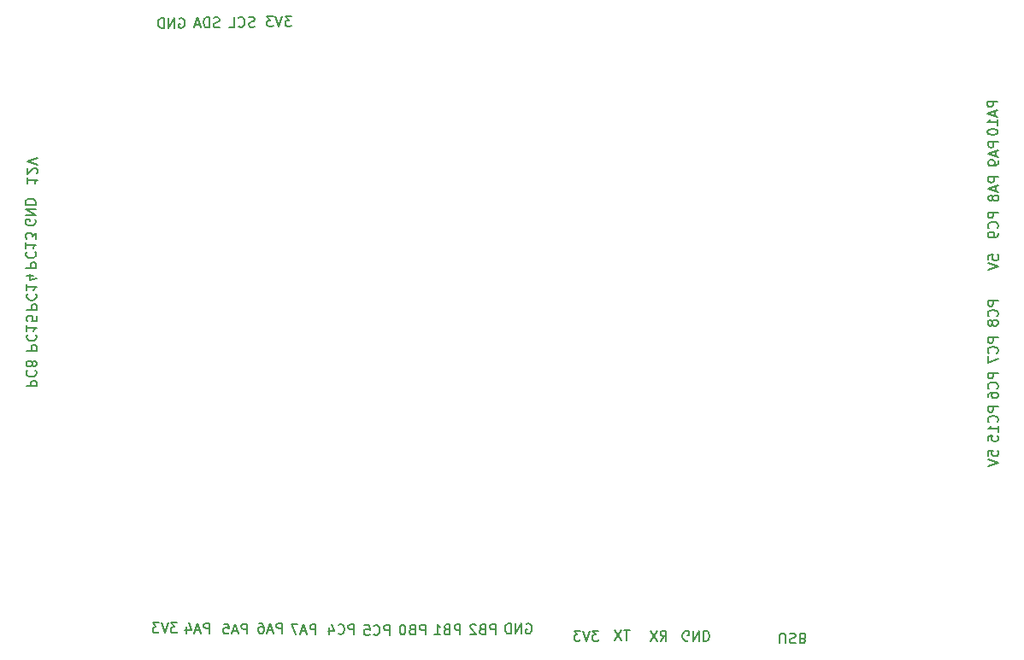
<source format=gbr>
%TF.GenerationSoftware,KiCad,Pcbnew,(5.1.8)-1*%
%TF.CreationDate,2020-12-28T13:01:50-08:00*%
%TF.ProjectId,STMboard,53544d62-6f61-4726-942e-6b696361645f,rev?*%
%TF.SameCoordinates,Original*%
%TF.FileFunction,Legend,Bot*%
%TF.FilePolarity,Positive*%
%FSLAX46Y46*%
G04 Gerber Fmt 4.6, Leading zero omitted, Abs format (unit mm)*
G04 Created by KiCad (PCBNEW (5.1.8)-1) date 2020-12-28 13:01:50*
%MOMM*%
%LPD*%
G01*
G04 APERTURE LIST*
%ADD10C,0.200000*%
%ADD11C,0.150000*%
G04 APERTURE END LIST*
D10*
X166938095Y-134327619D02*
X166938095Y-133518095D01*
X166985714Y-133422857D01*
X167033333Y-133375238D01*
X167128571Y-133327619D01*
X167319047Y-133327619D01*
X167414285Y-133375238D01*
X167461904Y-133422857D01*
X167509523Y-133518095D01*
X167509523Y-134327619D01*
X167938095Y-133375238D02*
X168080952Y-133327619D01*
X168319047Y-133327619D01*
X168414285Y-133375238D01*
X168461904Y-133422857D01*
X168509523Y-133518095D01*
X168509523Y-133613333D01*
X168461904Y-133708571D01*
X168414285Y-133756190D01*
X168319047Y-133803809D01*
X168128571Y-133851428D01*
X168033333Y-133899047D01*
X167985714Y-133946666D01*
X167938095Y-134041904D01*
X167938095Y-134137142D01*
X167985714Y-134232380D01*
X168033333Y-134280000D01*
X168128571Y-134327619D01*
X168366666Y-134327619D01*
X168509523Y-134280000D01*
X169271428Y-133851428D02*
X169414285Y-133803809D01*
X169461904Y-133756190D01*
X169509523Y-133660952D01*
X169509523Y-133518095D01*
X169461904Y-133422857D01*
X169414285Y-133375238D01*
X169319047Y-133327619D01*
X168938095Y-133327619D01*
X168938095Y-134327619D01*
X169271428Y-134327619D01*
X169366666Y-134280000D01*
X169414285Y-134232380D01*
X169461904Y-134137142D01*
X169461904Y-134041904D01*
X169414285Y-133946666D01*
X169366666Y-133899047D01*
X169271428Y-133851428D01*
X168938095Y-133851428D01*
X187592380Y-115729523D02*
X187592380Y-115253333D01*
X188068571Y-115205714D01*
X188020952Y-115253333D01*
X187973333Y-115348571D01*
X187973333Y-115586666D01*
X188020952Y-115681904D01*
X188068571Y-115729523D01*
X188163809Y-115777142D01*
X188401904Y-115777142D01*
X188497142Y-115729523D01*
X188544761Y-115681904D01*
X188592380Y-115586666D01*
X188592380Y-115348571D01*
X188544761Y-115253333D01*
X188497142Y-115205714D01*
X187592380Y-116062857D02*
X188592380Y-116396190D01*
X187592380Y-116729523D01*
X188582380Y-110825714D02*
X187582380Y-110825714D01*
X187582380Y-111206666D01*
X187630000Y-111301904D01*
X187677619Y-111349523D01*
X187772857Y-111397142D01*
X187915714Y-111397142D01*
X188010952Y-111349523D01*
X188058571Y-111301904D01*
X188106190Y-111206666D01*
X188106190Y-110825714D01*
X188487142Y-112397142D02*
X188534761Y-112349523D01*
X188582380Y-112206666D01*
X188582380Y-112111428D01*
X188534761Y-111968571D01*
X188439523Y-111873333D01*
X188344285Y-111825714D01*
X188153809Y-111778095D01*
X188010952Y-111778095D01*
X187820476Y-111825714D01*
X187725238Y-111873333D01*
X187630000Y-111968571D01*
X187582380Y-112111428D01*
X187582380Y-112206666D01*
X187630000Y-112349523D01*
X187677619Y-112397142D01*
X188582380Y-113349523D02*
X188582380Y-112778095D01*
X188582380Y-113063809D02*
X187582380Y-113063809D01*
X187725238Y-112968571D01*
X187820476Y-112873333D01*
X187868095Y-112778095D01*
X187582380Y-114254285D02*
X187582380Y-113778095D01*
X188058571Y-113730476D01*
X188010952Y-113778095D01*
X187963333Y-113873333D01*
X187963333Y-114111428D01*
X188010952Y-114206666D01*
X188058571Y-114254285D01*
X188153809Y-114301904D01*
X188391904Y-114301904D01*
X188487142Y-114254285D01*
X188534761Y-114206666D01*
X188582380Y-114111428D01*
X188582380Y-113873333D01*
X188534761Y-113778095D01*
X188487142Y-113730476D01*
X188572380Y-107511904D02*
X187572380Y-107511904D01*
X187572380Y-107892857D01*
X187620000Y-107988095D01*
X187667619Y-108035714D01*
X187762857Y-108083333D01*
X187905714Y-108083333D01*
X188000952Y-108035714D01*
X188048571Y-107988095D01*
X188096190Y-107892857D01*
X188096190Y-107511904D01*
X188477142Y-109083333D02*
X188524761Y-109035714D01*
X188572380Y-108892857D01*
X188572380Y-108797619D01*
X188524761Y-108654761D01*
X188429523Y-108559523D01*
X188334285Y-108511904D01*
X188143809Y-108464285D01*
X188000952Y-108464285D01*
X187810476Y-108511904D01*
X187715238Y-108559523D01*
X187620000Y-108654761D01*
X187572380Y-108797619D01*
X187572380Y-108892857D01*
X187620000Y-109035714D01*
X187667619Y-109083333D01*
X187572380Y-109940476D02*
X187572380Y-109750000D01*
X187620000Y-109654761D01*
X187667619Y-109607142D01*
X187810476Y-109511904D01*
X188000952Y-109464285D01*
X188381904Y-109464285D01*
X188477142Y-109511904D01*
X188524761Y-109559523D01*
X188572380Y-109654761D01*
X188572380Y-109845238D01*
X188524761Y-109940476D01*
X188477142Y-109988095D01*
X188381904Y-110035714D01*
X188143809Y-110035714D01*
X188048571Y-109988095D01*
X188000952Y-109940476D01*
X187953333Y-109845238D01*
X187953333Y-109654761D01*
X188000952Y-109559523D01*
X188048571Y-109511904D01*
X188143809Y-109464285D01*
X188572380Y-103981904D02*
X187572380Y-103981904D01*
X187572380Y-104362857D01*
X187620000Y-104458095D01*
X187667619Y-104505714D01*
X187762857Y-104553333D01*
X187905714Y-104553333D01*
X188000952Y-104505714D01*
X188048571Y-104458095D01*
X188096190Y-104362857D01*
X188096190Y-103981904D01*
X188477142Y-105553333D02*
X188524761Y-105505714D01*
X188572380Y-105362857D01*
X188572380Y-105267619D01*
X188524761Y-105124761D01*
X188429523Y-105029523D01*
X188334285Y-104981904D01*
X188143809Y-104934285D01*
X188000952Y-104934285D01*
X187810476Y-104981904D01*
X187715238Y-105029523D01*
X187620000Y-105124761D01*
X187572380Y-105267619D01*
X187572380Y-105362857D01*
X187620000Y-105505714D01*
X187667619Y-105553333D01*
X187572380Y-105886666D02*
X187572380Y-106553333D01*
X188572380Y-106124761D01*
X188572380Y-100321904D02*
X187572380Y-100321904D01*
X187572380Y-100702857D01*
X187620000Y-100798095D01*
X187667619Y-100845714D01*
X187762857Y-100893333D01*
X187905714Y-100893333D01*
X188000952Y-100845714D01*
X188048571Y-100798095D01*
X188096190Y-100702857D01*
X188096190Y-100321904D01*
X188477142Y-101893333D02*
X188524761Y-101845714D01*
X188572380Y-101702857D01*
X188572380Y-101607619D01*
X188524761Y-101464761D01*
X188429523Y-101369523D01*
X188334285Y-101321904D01*
X188143809Y-101274285D01*
X188000952Y-101274285D01*
X187810476Y-101321904D01*
X187715238Y-101369523D01*
X187620000Y-101464761D01*
X187572380Y-101607619D01*
X187572380Y-101702857D01*
X187620000Y-101845714D01*
X187667619Y-101893333D01*
X188000952Y-102464761D02*
X187953333Y-102369523D01*
X187905714Y-102321904D01*
X187810476Y-102274285D01*
X187762857Y-102274285D01*
X187667619Y-102321904D01*
X187620000Y-102369523D01*
X187572380Y-102464761D01*
X187572380Y-102655238D01*
X187620000Y-102750476D01*
X187667619Y-102798095D01*
X187762857Y-102845714D01*
X187810476Y-102845714D01*
X187905714Y-102798095D01*
X187953333Y-102750476D01*
X188000952Y-102655238D01*
X188000952Y-102464761D01*
X188048571Y-102369523D01*
X188096190Y-102321904D01*
X188191428Y-102274285D01*
X188381904Y-102274285D01*
X188477142Y-102321904D01*
X188524761Y-102369523D01*
X188572380Y-102464761D01*
X188572380Y-102655238D01*
X188524761Y-102750476D01*
X188477142Y-102798095D01*
X188381904Y-102845714D01*
X188191428Y-102845714D01*
X188096190Y-102798095D01*
X188048571Y-102750476D01*
X188000952Y-102655238D01*
X187622380Y-96309523D02*
X187622380Y-95833333D01*
X188098571Y-95785714D01*
X188050952Y-95833333D01*
X188003333Y-95928571D01*
X188003333Y-96166666D01*
X188050952Y-96261904D01*
X188098571Y-96309523D01*
X188193809Y-96357142D01*
X188431904Y-96357142D01*
X188527142Y-96309523D01*
X188574761Y-96261904D01*
X188622380Y-96166666D01*
X188622380Y-95928571D01*
X188574761Y-95833333D01*
X188527142Y-95785714D01*
X187622380Y-96642857D02*
X188622380Y-96976190D01*
X187622380Y-97309523D01*
X188582380Y-91591904D02*
X187582380Y-91591904D01*
X187582380Y-91972857D01*
X187630000Y-92068095D01*
X187677619Y-92115714D01*
X187772857Y-92163333D01*
X187915714Y-92163333D01*
X188010952Y-92115714D01*
X188058571Y-92068095D01*
X188106190Y-91972857D01*
X188106190Y-91591904D01*
X188487142Y-93163333D02*
X188534761Y-93115714D01*
X188582380Y-92972857D01*
X188582380Y-92877619D01*
X188534761Y-92734761D01*
X188439523Y-92639523D01*
X188344285Y-92591904D01*
X188153809Y-92544285D01*
X188010952Y-92544285D01*
X187820476Y-92591904D01*
X187725238Y-92639523D01*
X187630000Y-92734761D01*
X187582380Y-92877619D01*
X187582380Y-92972857D01*
X187630000Y-93115714D01*
X187677619Y-93163333D01*
X188582380Y-93639523D02*
X188582380Y-93830000D01*
X188534761Y-93925238D01*
X188487142Y-93972857D01*
X188344285Y-94068095D01*
X188153809Y-94115714D01*
X187772857Y-94115714D01*
X187677619Y-94068095D01*
X187630000Y-94020476D01*
X187582380Y-93925238D01*
X187582380Y-93734761D01*
X187630000Y-93639523D01*
X187677619Y-93591904D01*
X187772857Y-93544285D01*
X188010952Y-93544285D01*
X188106190Y-93591904D01*
X188153809Y-93639523D01*
X188201428Y-93734761D01*
X188201428Y-93925238D01*
X188153809Y-94020476D01*
X188106190Y-94068095D01*
X188010952Y-94115714D01*
X188632380Y-88083333D02*
X187632380Y-88083333D01*
X187632380Y-88464285D01*
X187680000Y-88559523D01*
X187727619Y-88607142D01*
X187822857Y-88654761D01*
X187965714Y-88654761D01*
X188060952Y-88607142D01*
X188108571Y-88559523D01*
X188156190Y-88464285D01*
X188156190Y-88083333D01*
X188346666Y-89035714D02*
X188346666Y-89511904D01*
X188632380Y-88940476D02*
X187632380Y-89273809D01*
X188632380Y-89607142D01*
X188060952Y-90083333D02*
X188013333Y-89988095D01*
X187965714Y-89940476D01*
X187870476Y-89892857D01*
X187822857Y-89892857D01*
X187727619Y-89940476D01*
X187680000Y-89988095D01*
X187632380Y-90083333D01*
X187632380Y-90273809D01*
X187680000Y-90369047D01*
X187727619Y-90416666D01*
X187822857Y-90464285D01*
X187870476Y-90464285D01*
X187965714Y-90416666D01*
X188013333Y-90369047D01*
X188060952Y-90273809D01*
X188060952Y-90083333D01*
X188108571Y-89988095D01*
X188156190Y-89940476D01*
X188251428Y-89892857D01*
X188441904Y-89892857D01*
X188537142Y-89940476D01*
X188584761Y-89988095D01*
X188632380Y-90083333D01*
X188632380Y-90273809D01*
X188584761Y-90369047D01*
X188537142Y-90416666D01*
X188441904Y-90464285D01*
X188251428Y-90464285D01*
X188156190Y-90416666D01*
X188108571Y-90369047D01*
X188060952Y-90273809D01*
X188622380Y-84593333D02*
X187622380Y-84593333D01*
X187622380Y-84974285D01*
X187670000Y-85069523D01*
X187717619Y-85117142D01*
X187812857Y-85164761D01*
X187955714Y-85164761D01*
X188050952Y-85117142D01*
X188098571Y-85069523D01*
X188146190Y-84974285D01*
X188146190Y-84593333D01*
X188336666Y-85545714D02*
X188336666Y-86021904D01*
X188622380Y-85450476D02*
X187622380Y-85783809D01*
X188622380Y-86117142D01*
X188622380Y-86498095D02*
X188622380Y-86688571D01*
X188574761Y-86783809D01*
X188527142Y-86831428D01*
X188384285Y-86926666D01*
X188193809Y-86974285D01*
X187812857Y-86974285D01*
X187717619Y-86926666D01*
X187670000Y-86879047D01*
X187622380Y-86783809D01*
X187622380Y-86593333D01*
X187670000Y-86498095D01*
X187717619Y-86450476D01*
X187812857Y-86402857D01*
X188050952Y-86402857D01*
X188146190Y-86450476D01*
X188193809Y-86498095D01*
X188241428Y-86593333D01*
X188241428Y-86783809D01*
X188193809Y-86879047D01*
X188146190Y-86926666D01*
X188050952Y-86974285D01*
X188542380Y-80587142D02*
X187542380Y-80587142D01*
X187542380Y-80968095D01*
X187590000Y-81063333D01*
X187637619Y-81110952D01*
X187732857Y-81158571D01*
X187875714Y-81158571D01*
X187970952Y-81110952D01*
X188018571Y-81063333D01*
X188066190Y-80968095D01*
X188066190Y-80587142D01*
X188256666Y-81539523D02*
X188256666Y-82015714D01*
X188542380Y-81444285D02*
X187542380Y-81777619D01*
X188542380Y-82110952D01*
X188542380Y-82968095D02*
X188542380Y-82396666D01*
X188542380Y-82682380D02*
X187542380Y-82682380D01*
X187685238Y-82587142D01*
X187780476Y-82491904D01*
X187828095Y-82396666D01*
X187542380Y-83587142D02*
X187542380Y-83682380D01*
X187590000Y-83777619D01*
X187637619Y-83825238D01*
X187732857Y-83872857D01*
X187923333Y-83920476D01*
X188161428Y-83920476D01*
X188351904Y-83872857D01*
X188447142Y-83825238D01*
X188494761Y-83777619D01*
X188542380Y-83682380D01*
X188542380Y-83587142D01*
X188494761Y-83491904D01*
X188447142Y-83444285D01*
X188351904Y-83396666D01*
X188161428Y-83349047D01*
X187923333Y-83349047D01*
X187732857Y-83396666D01*
X187637619Y-83444285D01*
X187590000Y-83491904D01*
X187542380Y-83587142D01*
X118588095Y-72152380D02*
X117969047Y-72152380D01*
X118302380Y-72533333D01*
X118159523Y-72533333D01*
X118064285Y-72580952D01*
X118016666Y-72628571D01*
X117969047Y-72723809D01*
X117969047Y-72961904D01*
X118016666Y-73057142D01*
X118064285Y-73104761D01*
X118159523Y-73152380D01*
X118445238Y-73152380D01*
X118540476Y-73104761D01*
X118588095Y-73057142D01*
X117683333Y-72152380D02*
X117350000Y-73152380D01*
X117016666Y-72152380D01*
X116778571Y-72152380D02*
X116159523Y-72152380D01*
X116492857Y-72533333D01*
X116350000Y-72533333D01*
X116254761Y-72580952D01*
X116207142Y-72628571D01*
X116159523Y-72723809D01*
X116159523Y-72961904D01*
X116207142Y-73057142D01*
X116254761Y-73104761D01*
X116350000Y-73152380D01*
X116635714Y-73152380D01*
X116730952Y-73104761D01*
X116778571Y-73057142D01*
X114930476Y-73174761D02*
X114787619Y-73222380D01*
X114549523Y-73222380D01*
X114454285Y-73174761D01*
X114406666Y-73127142D01*
X114359047Y-73031904D01*
X114359047Y-72936666D01*
X114406666Y-72841428D01*
X114454285Y-72793809D01*
X114549523Y-72746190D01*
X114740000Y-72698571D01*
X114835238Y-72650952D01*
X114882857Y-72603333D01*
X114930476Y-72508095D01*
X114930476Y-72412857D01*
X114882857Y-72317619D01*
X114835238Y-72270000D01*
X114740000Y-72222380D01*
X114501904Y-72222380D01*
X114359047Y-72270000D01*
X113359047Y-73127142D02*
X113406666Y-73174761D01*
X113549523Y-73222380D01*
X113644761Y-73222380D01*
X113787619Y-73174761D01*
X113882857Y-73079523D01*
X113930476Y-72984285D01*
X113978095Y-72793809D01*
X113978095Y-72650952D01*
X113930476Y-72460476D01*
X113882857Y-72365238D01*
X113787619Y-72270000D01*
X113644761Y-72222380D01*
X113549523Y-72222380D01*
X113406666Y-72270000D01*
X113359047Y-72317619D01*
X112454285Y-73222380D02*
X112930476Y-73222380D01*
X112930476Y-72222380D01*
X111454285Y-73214761D02*
X111311428Y-73262380D01*
X111073333Y-73262380D01*
X110978095Y-73214761D01*
X110930476Y-73167142D01*
X110882857Y-73071904D01*
X110882857Y-72976666D01*
X110930476Y-72881428D01*
X110978095Y-72833809D01*
X111073333Y-72786190D01*
X111263809Y-72738571D01*
X111359047Y-72690952D01*
X111406666Y-72643333D01*
X111454285Y-72548095D01*
X111454285Y-72452857D01*
X111406666Y-72357619D01*
X111359047Y-72310000D01*
X111263809Y-72262380D01*
X111025714Y-72262380D01*
X110882857Y-72310000D01*
X110454285Y-73262380D02*
X110454285Y-72262380D01*
X110216190Y-72262380D01*
X110073333Y-72310000D01*
X109978095Y-72405238D01*
X109930476Y-72500476D01*
X109882857Y-72690952D01*
X109882857Y-72833809D01*
X109930476Y-73024285D01*
X109978095Y-73119523D01*
X110073333Y-73214761D01*
X110216190Y-73262380D01*
X110454285Y-73262380D01*
X109501904Y-72976666D02*
X109025714Y-72976666D01*
X109597142Y-73262380D02*
X109263809Y-72262380D01*
X108930476Y-73262380D01*
D11*
X155146666Y-134092380D02*
X155480000Y-133616190D01*
X155718095Y-134092380D02*
X155718095Y-133092380D01*
X155337142Y-133092380D01*
X155241904Y-133140000D01*
X155194285Y-133187619D01*
X155146666Y-133282857D01*
X155146666Y-133425714D01*
X155194285Y-133520952D01*
X155241904Y-133568571D01*
X155337142Y-133616190D01*
X155718095Y-133616190D01*
X154813333Y-133092380D02*
X154146666Y-134092380D01*
X154146666Y-133092380D02*
X154813333Y-134092380D01*
X152101904Y-133052380D02*
X151530476Y-133052380D01*
X151816190Y-134052380D02*
X151816190Y-133052380D01*
X151292380Y-133052380D02*
X150625714Y-134052380D01*
X150625714Y-133052380D02*
X151292380Y-134052380D01*
X149008095Y-133092380D02*
X148389047Y-133092380D01*
X148722380Y-133473333D01*
X148579523Y-133473333D01*
X148484285Y-133520952D01*
X148436666Y-133568571D01*
X148389047Y-133663809D01*
X148389047Y-133901904D01*
X148436666Y-133997142D01*
X148484285Y-134044761D01*
X148579523Y-134092380D01*
X148865238Y-134092380D01*
X148960476Y-134044761D01*
X149008095Y-133997142D01*
X148103333Y-133092380D02*
X147770000Y-134092380D01*
X147436666Y-133092380D01*
X147198571Y-133092380D02*
X146579523Y-133092380D01*
X146912857Y-133473333D01*
X146770000Y-133473333D01*
X146674761Y-133520952D01*
X146627142Y-133568571D01*
X146579523Y-133663809D01*
X146579523Y-133901904D01*
X146627142Y-133997142D01*
X146674761Y-134044761D01*
X146770000Y-134092380D01*
X147055714Y-134092380D01*
X147150952Y-134044761D01*
X147198571Y-133997142D01*
D10*
X157898095Y-134050000D02*
X157802857Y-134097619D01*
X157660000Y-134097619D01*
X157517142Y-134050000D01*
X157421904Y-133954761D01*
X157374285Y-133859523D01*
X157326666Y-133669047D01*
X157326666Y-133526190D01*
X157374285Y-133335714D01*
X157421904Y-133240476D01*
X157517142Y-133145238D01*
X157660000Y-133097619D01*
X157755238Y-133097619D01*
X157898095Y-133145238D01*
X157945714Y-133192857D01*
X157945714Y-133526190D01*
X157755238Y-133526190D01*
X158374285Y-133097619D02*
X158374285Y-134097619D01*
X158945714Y-133097619D01*
X158945714Y-134097619D01*
X159421904Y-133097619D02*
X159421904Y-134097619D01*
X159660000Y-134097619D01*
X159802857Y-134050000D01*
X159898095Y-133954761D01*
X159945714Y-133859523D01*
X159993333Y-133669047D01*
X159993333Y-133526190D01*
X159945714Y-133335714D01*
X159898095Y-133240476D01*
X159802857Y-133145238D01*
X159660000Y-133097619D01*
X159421904Y-133097619D01*
X107471904Y-72380000D02*
X107567142Y-72332380D01*
X107710000Y-72332380D01*
X107852857Y-72380000D01*
X107948095Y-72475238D01*
X107995714Y-72570476D01*
X108043333Y-72760952D01*
X108043333Y-72903809D01*
X107995714Y-73094285D01*
X107948095Y-73189523D01*
X107852857Y-73284761D01*
X107710000Y-73332380D01*
X107614761Y-73332380D01*
X107471904Y-73284761D01*
X107424285Y-73237142D01*
X107424285Y-72903809D01*
X107614761Y-72903809D01*
X106995714Y-73332380D02*
X106995714Y-72332380D01*
X106424285Y-73332380D01*
X106424285Y-72332380D01*
X105948095Y-73332380D02*
X105948095Y-72332380D01*
X105710000Y-72332380D01*
X105567142Y-72380000D01*
X105471904Y-72475238D01*
X105424285Y-72570476D01*
X105376666Y-72760952D01*
X105376666Y-72903809D01*
X105424285Y-73094285D01*
X105471904Y-73189523D01*
X105567142Y-73284761D01*
X105710000Y-73332380D01*
X105948095Y-73332380D01*
X92347619Y-105304285D02*
X93347619Y-105304285D01*
X93347619Y-104923333D01*
X93300000Y-104828095D01*
X93252380Y-104780476D01*
X93157142Y-104732857D01*
X93014285Y-104732857D01*
X92919047Y-104780476D01*
X92871428Y-104828095D01*
X92823809Y-104923333D01*
X92823809Y-105304285D01*
X92442857Y-103732857D02*
X92395238Y-103780476D01*
X92347619Y-103923333D01*
X92347619Y-104018571D01*
X92395238Y-104161428D01*
X92490476Y-104256666D01*
X92585714Y-104304285D01*
X92776190Y-104351904D01*
X92919047Y-104351904D01*
X93109523Y-104304285D01*
X93204761Y-104256666D01*
X93300000Y-104161428D01*
X93347619Y-104018571D01*
X93347619Y-103923333D01*
X93300000Y-103780476D01*
X93252380Y-103732857D01*
X92347619Y-102780476D02*
X92347619Y-103351904D01*
X92347619Y-103066190D02*
X93347619Y-103066190D01*
X93204761Y-103161428D01*
X93109523Y-103256666D01*
X93061904Y-103351904D01*
X93347619Y-101875714D02*
X93347619Y-102351904D01*
X92871428Y-102399523D01*
X92919047Y-102351904D01*
X92966666Y-102256666D01*
X92966666Y-102018571D01*
X92919047Y-101923333D01*
X92871428Y-101875714D01*
X92776190Y-101828095D01*
X92538095Y-101828095D01*
X92442857Y-101875714D01*
X92395238Y-101923333D01*
X92347619Y-102018571D01*
X92347619Y-102256666D01*
X92395238Y-102351904D01*
X92442857Y-102399523D01*
X92327619Y-108838095D02*
X93327619Y-108838095D01*
X93327619Y-108457142D01*
X93280000Y-108361904D01*
X93232380Y-108314285D01*
X93137142Y-108266666D01*
X92994285Y-108266666D01*
X92899047Y-108314285D01*
X92851428Y-108361904D01*
X92803809Y-108457142D01*
X92803809Y-108838095D01*
X92422857Y-107266666D02*
X92375238Y-107314285D01*
X92327619Y-107457142D01*
X92327619Y-107552380D01*
X92375238Y-107695238D01*
X92470476Y-107790476D01*
X92565714Y-107838095D01*
X92756190Y-107885714D01*
X92899047Y-107885714D01*
X93089523Y-107838095D01*
X93184761Y-107790476D01*
X93280000Y-107695238D01*
X93327619Y-107552380D01*
X93327619Y-107457142D01*
X93280000Y-107314285D01*
X93232380Y-107266666D01*
X92899047Y-106695238D02*
X92946666Y-106790476D01*
X92994285Y-106838095D01*
X93089523Y-106885714D01*
X93137142Y-106885714D01*
X93232380Y-106838095D01*
X93280000Y-106790476D01*
X93327619Y-106695238D01*
X93327619Y-106504761D01*
X93280000Y-106409523D01*
X93232380Y-106361904D01*
X93137142Y-106314285D01*
X93089523Y-106314285D01*
X92994285Y-106361904D01*
X92946666Y-106409523D01*
X92899047Y-106504761D01*
X92899047Y-106695238D01*
X92851428Y-106790476D01*
X92803809Y-106838095D01*
X92708571Y-106885714D01*
X92518095Y-106885714D01*
X92422857Y-106838095D01*
X92375238Y-106790476D01*
X92327619Y-106695238D01*
X92327619Y-106504761D01*
X92375238Y-106409523D01*
X92422857Y-106361904D01*
X92518095Y-106314285D01*
X92708571Y-106314285D01*
X92803809Y-106361904D01*
X92851428Y-106409523D01*
X92899047Y-106504761D01*
X92347619Y-101254285D02*
X93347619Y-101254285D01*
X93347619Y-100873333D01*
X93300000Y-100778095D01*
X93252380Y-100730476D01*
X93157142Y-100682857D01*
X93014285Y-100682857D01*
X92919047Y-100730476D01*
X92871428Y-100778095D01*
X92823809Y-100873333D01*
X92823809Y-101254285D01*
X92442857Y-99682857D02*
X92395238Y-99730476D01*
X92347619Y-99873333D01*
X92347619Y-99968571D01*
X92395238Y-100111428D01*
X92490476Y-100206666D01*
X92585714Y-100254285D01*
X92776190Y-100301904D01*
X92919047Y-100301904D01*
X93109523Y-100254285D01*
X93204761Y-100206666D01*
X93300000Y-100111428D01*
X93347619Y-99968571D01*
X93347619Y-99873333D01*
X93300000Y-99730476D01*
X93252380Y-99682857D01*
X92347619Y-98730476D02*
X92347619Y-99301904D01*
X92347619Y-99016190D02*
X93347619Y-99016190D01*
X93204761Y-99111428D01*
X93109523Y-99206666D01*
X93061904Y-99301904D01*
X93014285Y-97873333D02*
X92347619Y-97873333D01*
X93395238Y-98111428D02*
X92680952Y-98349523D01*
X92680952Y-97730476D01*
X92287619Y-97104285D02*
X93287619Y-97104285D01*
X93287619Y-96723333D01*
X93240000Y-96628095D01*
X93192380Y-96580476D01*
X93097142Y-96532857D01*
X92954285Y-96532857D01*
X92859047Y-96580476D01*
X92811428Y-96628095D01*
X92763809Y-96723333D01*
X92763809Y-97104285D01*
X92382857Y-95532857D02*
X92335238Y-95580476D01*
X92287619Y-95723333D01*
X92287619Y-95818571D01*
X92335238Y-95961428D01*
X92430476Y-96056666D01*
X92525714Y-96104285D01*
X92716190Y-96151904D01*
X92859047Y-96151904D01*
X93049523Y-96104285D01*
X93144761Y-96056666D01*
X93240000Y-95961428D01*
X93287619Y-95818571D01*
X93287619Y-95723333D01*
X93240000Y-95580476D01*
X93192380Y-95532857D01*
X92287619Y-94580476D02*
X92287619Y-95151904D01*
X92287619Y-94866190D02*
X93287619Y-94866190D01*
X93144761Y-94961428D01*
X93049523Y-95056666D01*
X93001904Y-95151904D01*
X93287619Y-94247142D02*
X93287619Y-93628095D01*
X92906666Y-93961428D01*
X92906666Y-93818571D01*
X92859047Y-93723333D01*
X92811428Y-93675714D01*
X92716190Y-93628095D01*
X92478095Y-93628095D01*
X92382857Y-93675714D01*
X92335238Y-93723333D01*
X92287619Y-93818571D01*
X92287619Y-94104285D01*
X92335238Y-94199523D01*
X92382857Y-94247142D01*
X93190000Y-92341904D02*
X93237619Y-92437142D01*
X93237619Y-92580000D01*
X93190000Y-92722857D01*
X93094761Y-92818095D01*
X92999523Y-92865714D01*
X92809047Y-92913333D01*
X92666190Y-92913333D01*
X92475714Y-92865714D01*
X92380476Y-92818095D01*
X92285238Y-92722857D01*
X92237619Y-92580000D01*
X92237619Y-92484761D01*
X92285238Y-92341904D01*
X92332857Y-92294285D01*
X92666190Y-92294285D01*
X92666190Y-92484761D01*
X92237619Y-91865714D02*
X93237619Y-91865714D01*
X92237619Y-91294285D01*
X93237619Y-91294285D01*
X92237619Y-90818095D02*
X93237619Y-90818095D01*
X93237619Y-90580000D01*
X93190000Y-90437142D01*
X93094761Y-90341904D01*
X92999523Y-90294285D01*
X92809047Y-90246666D01*
X92666190Y-90246666D01*
X92475714Y-90294285D01*
X92380476Y-90341904D01*
X92285238Y-90437142D01*
X92237619Y-90580000D01*
X92237619Y-90818095D01*
X92437619Y-88139047D02*
X92437619Y-88710476D01*
X92437619Y-88424761D02*
X93437619Y-88424761D01*
X93294761Y-88520000D01*
X93199523Y-88615238D01*
X93151904Y-88710476D01*
X93342380Y-87758095D02*
X93390000Y-87710476D01*
X93437619Y-87615238D01*
X93437619Y-87377142D01*
X93390000Y-87281904D01*
X93342380Y-87234285D01*
X93247142Y-87186666D01*
X93151904Y-87186666D01*
X93009047Y-87234285D01*
X92437619Y-87805714D01*
X92437619Y-87186666D01*
X93437619Y-86900952D02*
X92437619Y-86567619D01*
X93437619Y-86234285D01*
D11*
X141841904Y-132420000D02*
X141937142Y-132372380D01*
X142080000Y-132372380D01*
X142222857Y-132420000D01*
X142318095Y-132515238D01*
X142365714Y-132610476D01*
X142413333Y-132800952D01*
X142413333Y-132943809D01*
X142365714Y-133134285D01*
X142318095Y-133229523D01*
X142222857Y-133324761D01*
X142080000Y-133372380D01*
X141984761Y-133372380D01*
X141841904Y-133324761D01*
X141794285Y-133277142D01*
X141794285Y-132943809D01*
X141984761Y-132943809D01*
X141365714Y-133372380D02*
X141365714Y-132372380D01*
X140794285Y-133372380D01*
X140794285Y-132372380D01*
X140318095Y-133372380D02*
X140318095Y-132372380D01*
X140080000Y-132372380D01*
X139937142Y-132420000D01*
X139841904Y-132515238D01*
X139794285Y-132610476D01*
X139746666Y-132800952D01*
X139746666Y-132943809D01*
X139794285Y-133134285D01*
X139841904Y-133229523D01*
X139937142Y-133324761D01*
X140080000Y-133372380D01*
X140318095Y-133372380D01*
X107268095Y-132302380D02*
X106649047Y-132302380D01*
X106982380Y-132683333D01*
X106839523Y-132683333D01*
X106744285Y-132730952D01*
X106696666Y-132778571D01*
X106649047Y-132873809D01*
X106649047Y-133111904D01*
X106696666Y-133207142D01*
X106744285Y-133254761D01*
X106839523Y-133302380D01*
X107125238Y-133302380D01*
X107220476Y-133254761D01*
X107268095Y-133207142D01*
X106363333Y-132302380D02*
X106030000Y-133302380D01*
X105696666Y-132302380D01*
X105458571Y-132302380D02*
X104839523Y-132302380D01*
X105172857Y-132683333D01*
X105030000Y-132683333D01*
X104934761Y-132730952D01*
X104887142Y-132778571D01*
X104839523Y-132873809D01*
X104839523Y-133111904D01*
X104887142Y-133207142D01*
X104934761Y-133254761D01*
X105030000Y-133302380D01*
X105315714Y-133302380D01*
X105410952Y-133254761D01*
X105458571Y-133207142D01*
X138818095Y-133432380D02*
X138818095Y-132432380D01*
X138437142Y-132432380D01*
X138341904Y-132480000D01*
X138294285Y-132527619D01*
X138246666Y-132622857D01*
X138246666Y-132765714D01*
X138294285Y-132860952D01*
X138341904Y-132908571D01*
X138437142Y-132956190D01*
X138818095Y-132956190D01*
X137484761Y-132908571D02*
X137341904Y-132956190D01*
X137294285Y-133003809D01*
X137246666Y-133099047D01*
X137246666Y-133241904D01*
X137294285Y-133337142D01*
X137341904Y-133384761D01*
X137437142Y-133432380D01*
X137818095Y-133432380D01*
X137818095Y-132432380D01*
X137484761Y-132432380D01*
X137389523Y-132480000D01*
X137341904Y-132527619D01*
X137294285Y-132622857D01*
X137294285Y-132718095D01*
X137341904Y-132813333D01*
X137389523Y-132860952D01*
X137484761Y-132908571D01*
X137818095Y-132908571D01*
X136865714Y-132527619D02*
X136818095Y-132480000D01*
X136722857Y-132432380D01*
X136484761Y-132432380D01*
X136389523Y-132480000D01*
X136341904Y-132527619D01*
X136294285Y-132622857D01*
X136294285Y-132718095D01*
X136341904Y-132860952D01*
X136913333Y-133432380D01*
X136294285Y-133432380D01*
X135298095Y-133462380D02*
X135298095Y-132462380D01*
X134917142Y-132462380D01*
X134821904Y-132510000D01*
X134774285Y-132557619D01*
X134726666Y-132652857D01*
X134726666Y-132795714D01*
X134774285Y-132890952D01*
X134821904Y-132938571D01*
X134917142Y-132986190D01*
X135298095Y-132986190D01*
X133964761Y-132938571D02*
X133821904Y-132986190D01*
X133774285Y-133033809D01*
X133726666Y-133129047D01*
X133726666Y-133271904D01*
X133774285Y-133367142D01*
X133821904Y-133414761D01*
X133917142Y-133462380D01*
X134298095Y-133462380D01*
X134298095Y-132462380D01*
X133964761Y-132462380D01*
X133869523Y-132510000D01*
X133821904Y-132557619D01*
X133774285Y-132652857D01*
X133774285Y-132748095D01*
X133821904Y-132843333D01*
X133869523Y-132890952D01*
X133964761Y-132938571D01*
X134298095Y-132938571D01*
X132774285Y-133462380D02*
X133345714Y-133462380D01*
X133060000Y-133462380D02*
X133060000Y-132462380D01*
X133155238Y-132605238D01*
X133250476Y-132700476D01*
X133345714Y-132748095D01*
X131848095Y-133482380D02*
X131848095Y-132482380D01*
X131467142Y-132482380D01*
X131371904Y-132530000D01*
X131324285Y-132577619D01*
X131276666Y-132672857D01*
X131276666Y-132815714D01*
X131324285Y-132910952D01*
X131371904Y-132958571D01*
X131467142Y-133006190D01*
X131848095Y-133006190D01*
X130514761Y-132958571D02*
X130371904Y-133006190D01*
X130324285Y-133053809D01*
X130276666Y-133149047D01*
X130276666Y-133291904D01*
X130324285Y-133387142D01*
X130371904Y-133434761D01*
X130467142Y-133482380D01*
X130848095Y-133482380D01*
X130848095Y-132482380D01*
X130514761Y-132482380D01*
X130419523Y-132530000D01*
X130371904Y-132577619D01*
X130324285Y-132672857D01*
X130324285Y-132768095D01*
X130371904Y-132863333D01*
X130419523Y-132910952D01*
X130514761Y-132958571D01*
X130848095Y-132958571D01*
X129657619Y-132482380D02*
X129562380Y-132482380D01*
X129467142Y-132530000D01*
X129419523Y-132577619D01*
X129371904Y-132672857D01*
X129324285Y-132863333D01*
X129324285Y-133101428D01*
X129371904Y-133291904D01*
X129419523Y-133387142D01*
X129467142Y-133434761D01*
X129562380Y-133482380D01*
X129657619Y-133482380D01*
X129752857Y-133434761D01*
X129800476Y-133387142D01*
X129848095Y-133291904D01*
X129895714Y-133101428D01*
X129895714Y-132863333D01*
X129848095Y-132672857D01*
X129800476Y-132577619D01*
X129752857Y-132530000D01*
X129657619Y-132482380D01*
X128308095Y-133522380D02*
X128308095Y-132522380D01*
X127927142Y-132522380D01*
X127831904Y-132570000D01*
X127784285Y-132617619D01*
X127736666Y-132712857D01*
X127736666Y-132855714D01*
X127784285Y-132950952D01*
X127831904Y-132998571D01*
X127927142Y-133046190D01*
X128308095Y-133046190D01*
X126736666Y-133427142D02*
X126784285Y-133474761D01*
X126927142Y-133522380D01*
X127022380Y-133522380D01*
X127165238Y-133474761D01*
X127260476Y-133379523D01*
X127308095Y-133284285D01*
X127355714Y-133093809D01*
X127355714Y-132950952D01*
X127308095Y-132760476D01*
X127260476Y-132665238D01*
X127165238Y-132570000D01*
X127022380Y-132522380D01*
X126927142Y-132522380D01*
X126784285Y-132570000D01*
X126736666Y-132617619D01*
X125831904Y-132522380D02*
X126308095Y-132522380D01*
X126355714Y-132998571D01*
X126308095Y-132950952D01*
X126212857Y-132903333D01*
X125974761Y-132903333D01*
X125879523Y-132950952D01*
X125831904Y-132998571D01*
X125784285Y-133093809D01*
X125784285Y-133331904D01*
X125831904Y-133427142D01*
X125879523Y-133474761D01*
X125974761Y-133522380D01*
X126212857Y-133522380D01*
X126308095Y-133474761D01*
X126355714Y-133427142D01*
X124788095Y-133442380D02*
X124788095Y-132442380D01*
X124407142Y-132442380D01*
X124311904Y-132490000D01*
X124264285Y-132537619D01*
X124216666Y-132632857D01*
X124216666Y-132775714D01*
X124264285Y-132870952D01*
X124311904Y-132918571D01*
X124407142Y-132966190D01*
X124788095Y-132966190D01*
X123216666Y-133347142D02*
X123264285Y-133394761D01*
X123407142Y-133442380D01*
X123502380Y-133442380D01*
X123645238Y-133394761D01*
X123740476Y-133299523D01*
X123788095Y-133204285D01*
X123835714Y-133013809D01*
X123835714Y-132870952D01*
X123788095Y-132680476D01*
X123740476Y-132585238D01*
X123645238Y-132490000D01*
X123502380Y-132442380D01*
X123407142Y-132442380D01*
X123264285Y-132490000D01*
X123216666Y-132537619D01*
X122359523Y-132775714D02*
X122359523Y-133442380D01*
X122597619Y-132394761D02*
X122835714Y-133109047D01*
X122216666Y-133109047D01*
X120986666Y-133432380D02*
X120986666Y-132432380D01*
X120605714Y-132432380D01*
X120510476Y-132480000D01*
X120462857Y-132527619D01*
X120415238Y-132622857D01*
X120415238Y-132765714D01*
X120462857Y-132860952D01*
X120510476Y-132908571D01*
X120605714Y-132956190D01*
X120986666Y-132956190D01*
X120034285Y-133146666D02*
X119558095Y-133146666D01*
X120129523Y-133432380D02*
X119796190Y-132432380D01*
X119462857Y-133432380D01*
X119224761Y-132432380D02*
X118558095Y-132432380D01*
X118986666Y-133432380D01*
X117676666Y-133322380D02*
X117676666Y-132322380D01*
X117295714Y-132322380D01*
X117200476Y-132370000D01*
X117152857Y-132417619D01*
X117105238Y-132512857D01*
X117105238Y-132655714D01*
X117152857Y-132750952D01*
X117200476Y-132798571D01*
X117295714Y-132846190D01*
X117676666Y-132846190D01*
X116724285Y-133036666D02*
X116248095Y-133036666D01*
X116819523Y-133322380D02*
X116486190Y-132322380D01*
X116152857Y-133322380D01*
X115390952Y-132322380D02*
X115581428Y-132322380D01*
X115676666Y-132370000D01*
X115724285Y-132417619D01*
X115819523Y-132560476D01*
X115867142Y-132750952D01*
X115867142Y-133131904D01*
X115819523Y-133227142D01*
X115771904Y-133274761D01*
X115676666Y-133322380D01*
X115486190Y-133322380D01*
X115390952Y-133274761D01*
X115343333Y-133227142D01*
X115295714Y-133131904D01*
X115295714Y-132893809D01*
X115343333Y-132798571D01*
X115390952Y-132750952D01*
X115486190Y-132703333D01*
X115676666Y-132703333D01*
X115771904Y-132750952D01*
X115819523Y-132798571D01*
X115867142Y-132893809D01*
X114196666Y-133392380D02*
X114196666Y-132392380D01*
X113815714Y-132392380D01*
X113720476Y-132440000D01*
X113672857Y-132487619D01*
X113625238Y-132582857D01*
X113625238Y-132725714D01*
X113672857Y-132820952D01*
X113720476Y-132868571D01*
X113815714Y-132916190D01*
X114196666Y-132916190D01*
X113244285Y-133106666D02*
X112768095Y-133106666D01*
X113339523Y-133392380D02*
X113006190Y-132392380D01*
X112672857Y-133392380D01*
X111863333Y-132392380D02*
X112339523Y-132392380D01*
X112387142Y-132868571D01*
X112339523Y-132820952D01*
X112244285Y-132773333D01*
X112006190Y-132773333D01*
X111910952Y-132820952D01*
X111863333Y-132868571D01*
X111815714Y-132963809D01*
X111815714Y-133201904D01*
X111863333Y-133297142D01*
X111910952Y-133344761D01*
X112006190Y-133392380D01*
X112244285Y-133392380D01*
X112339523Y-133344761D01*
X112387142Y-133297142D01*
X110476666Y-133322380D02*
X110476666Y-132322380D01*
X110095714Y-132322380D01*
X110000476Y-132370000D01*
X109952857Y-132417619D01*
X109905238Y-132512857D01*
X109905238Y-132655714D01*
X109952857Y-132750952D01*
X110000476Y-132798571D01*
X110095714Y-132846190D01*
X110476666Y-132846190D01*
X109524285Y-133036666D02*
X109048095Y-133036666D01*
X109619523Y-133322380D02*
X109286190Y-132322380D01*
X108952857Y-133322380D01*
X108190952Y-132655714D02*
X108190952Y-133322380D01*
X108429047Y-132274761D02*
X108667142Y-132989047D01*
X108048095Y-132989047D01*
M02*

</source>
